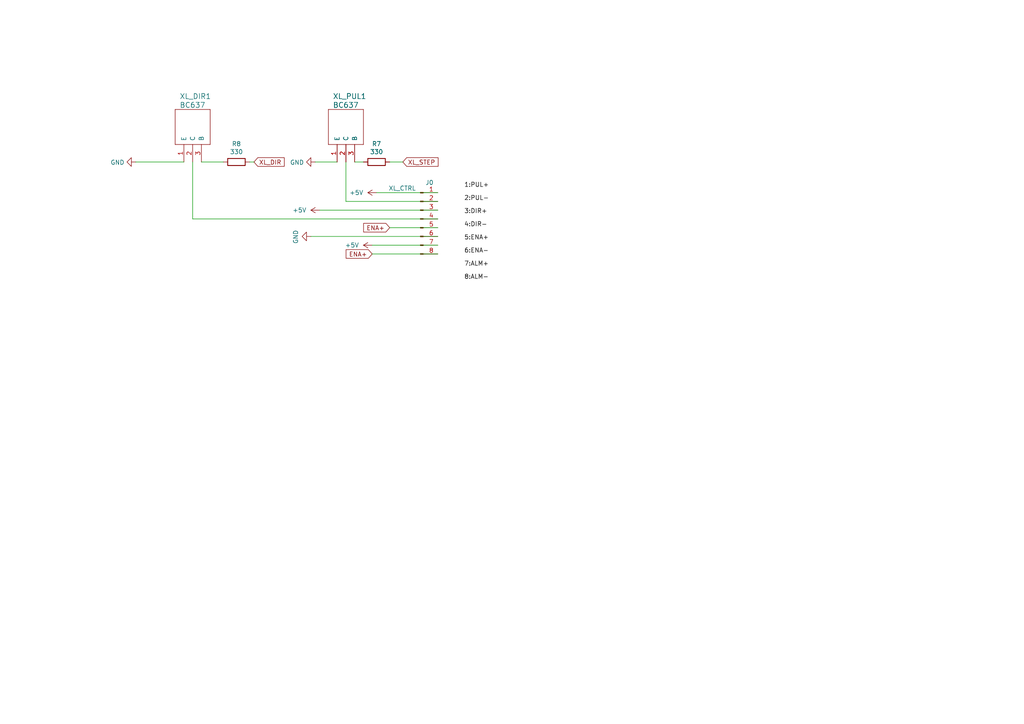
<source format=kicad_sch>
(kicad_sch (version 20211123) (generator eeschema)
  (paper "A4")
  (lib_symbols
    (symbol "Connector:Conn_01x08_Male" (pin_names (offset 1.016) hide)
      (property "Reference" "J" (at 0 10.16 0))
      (property "Value" "Conn_01x08_Male" (at 0 -12.7 0))
      (symbol "Conn_01x08_Male_1_1"
        (polyline (pts (xy 1.27 -10.16) (xy 0.8636 -10.16)) (stroke (width 0.1524)))
        (polyline (pts (xy 1.27 -7.62) (xy 0.8636 -7.62)) (stroke (width 0.1524)))
        (polyline (pts (xy 1.27 -5.08) (xy 0.8636 -5.08)) (stroke (width 0.1524)))
        (polyline (pts (xy 1.27 -2.54) (xy 0.8636 -2.54)) (stroke (width 0.1524)))
        (polyline (pts (xy 1.27 0) (xy 0.8636 0)) (stroke (width 0.1524)))
        (polyline (pts (xy 1.27 2.54) (xy 0.8636 2.54)) (stroke (width 0.1524)))
        (polyline (pts (xy 1.27 5.08) (xy 0.8636 5.08)) (stroke (width 0.1524)))
        (polyline (pts (xy 1.27 7.62) (xy 0.8636 7.62)) (stroke (width 0.1524)))
        (rectangle (start 0.8636 -10.033) (end 0 -10.287) (stroke (width 0.1524)) (fill (type outline)))
        (rectangle (start 0.8636 -7.493) (end 0 -7.747) (stroke (width 0.1524)) (fill (type outline)))
        (rectangle (start 0.8636 -4.953) (end 0 -5.207) (stroke (width 0.1524)) (fill (type outline)))
        (rectangle (start 0.8636 -2.413) (end 0 -2.667) (stroke (width 0.1524)) (fill (type outline)))
        (rectangle (start 0.8636 0.127) (end 0 -0.127) (stroke (width 0.1524)) (fill (type outline)))
        (rectangle (start 0.8636 2.667) (end 0 2.413) (stroke (width 0.1524)) (fill (type outline)))
        (rectangle (start 0.8636 5.207) (end 0 4.953) (stroke (width 0.1524)) (fill (type outline)))
        (rectangle (start 0.8636 7.747) (end 0 7.493) (stroke (width 0.1524)) (fill (type outline)))
        (pin passive line (at 5.08 7.62 180) (length 3.81) (name "Pin_1") (number "1"))
        (pin passive line (at 5.08 5.08 180) (length 3.81) (name "Pin_2") (number "2"))
        (pin passive line (at 5.08 2.54 180) (length 3.81) (name "Pin_3") (number "3"))
        (pin passive line (at 5.08 0 180) (length 3.81) (name "Pin_4") (number "4"))
        (pin passive line (at 5.08 -2.54 180) (length 3.81) (name "Pin_5") (number "5"))
        (pin passive line (at 5.08 -5.08 180) (length 3.81) (name "Pin_6") (number "6"))
        (pin passive line (at 5.08 -7.62 180) (length 3.81) (name "Pin_7") (number "7"))
        (pin passive line (at 5.08 -10.16 180) (length 3.81) (name "Pin_8") (number "8"))
      )
    )
    (symbol "Device:R" (pin_numbers hide) (pin_names (offset 0))
      (property "Reference" "R" (at 2.032 0 90))
      (property "Value" "R" (at 0 0 90))
      (symbol "R_0_1"
        (rectangle (start -1.016 -2.54) (end 1.016 2.54) (stroke (width 0.254)))
      )
      (symbol "R_1_1"
        (pin passive line (at 0 3.81 270) (length 1.27) (name "~") (number "1"))
        (pin passive line (at 0 -3.81 90) (length 1.27) (name "~") (number "2"))
      )
    )
    (symbol "cncBord3-rescue:BC637-slydif_standard" (pin_names (offset 1.016))
      (property "Reference" "U" (at 16.51 7.62 0))
      (property "Value" "BC637-slydif_standard" (at 16.51 5.08 0))
      (symbol "BC637-slydif_standard_1_0"
        (polyline (pts (xy 5.08 2.54) (xy 5.08 -7.62)))
        (polyline (pts (xy 5.08 2.54) (xy 15.24 2.54)))
        (polyline (pts (xy 15.24 -7.62) (xy 5.08 -7.62)))
        (polyline (pts (xy 15.24 -7.62) (xy 15.24 2.54)))
        (pin bidirectional line (at 0 0 0) (length 5.08) (name "E") (number "1"))
        (pin bidirectional line (at 0 -2.54 0) (length 5.08) (name "C") (number "2"))
        (pin bidirectional line (at 0 -5.08 0) (length 5.08) (name "B") (number "3"))
      )
    )
    (symbol "power:+5V" (power) (pin_names (offset 0))
      (property "Value" "+5V" (at 0 3.556 0))
      (symbol "+5V_0_1"
        (polyline (pts (xy -0.762 1.27) (xy 0 2.54)))
        (polyline (pts (xy 0 0) (xy 0 2.54)))
        (polyline (pts (xy 0 2.54) (xy 0.762 1.27)))
      )
      (symbol "+5V_1_1"
        (pin power_in line (at 0 0 90) (length 0) hide (name "+5V") (number "1"))
      )
    )
    (symbol "power:GND" (power) (pin_names (offset 0))
      (property "Value" "GND" (at 0 -3.81 0))
      (symbol "GND_0_1"
        (polyline (pts (xy 0 0) (xy 0 -1.27) (xy 1.27 -1.27) (xy 0 -2.54) (xy -1.27 -1.27) (xy 0 -1.27)))
      )
      (symbol "GND_1_1"
        (pin power_in line (at 0 0 270) (length 0) hide (name "GND") (number "1"))
      )
    )
  )
  (wire (pts (xy 100.33 58.42) (xy 127 58.42)))
  (wire (pts (xy 109.22 55.88) (xy 127 55.88)))
  (wire (pts (xy 105.41 46.99) (xy 102.87 46.99)))
  (wire (pts (xy 64.77 46.99) (xy 58.42 46.99)))
  (wire (pts (xy 100.33 58.42) (xy 100.33 46.99)))
  (wire (pts (xy 55.88 63.5) (xy 55.88 46.99)))
  (wire (pts (xy 116.84 46.99) (xy 113.03 46.99)))
  (wire (pts (xy 97.79 46.99) (xy 91.44 46.99)))
  (wire (pts (xy 107.95 73.66) (xy 127 73.66)))
  (wire (pts (xy 55.88 63.5) (xy 127 63.5)))
  (wire (pts (xy 107.95 71.12) (xy 127 71.12)))
  (wire (pts (xy 39.37 46.99) (xy 53.34 46.99)))
  (wire (pts (xy 73.66 46.99) (xy 72.39 46.99)))
  (wire (pts (xy 113.03 66.04) (xy 127 66.04)))
  (wire (pts (xy 92.71 60.96) (xy 127 60.96)))
  (wire (pts (xy 90.17 68.58) (xy 127 68.58)))
  (label "2:PUL-" (at 134.62 58.42 0))
  (label "3:DIR+" (at 134.62 62.23 0))
  (label "5:ENA+" (at 134.62 69.85 0))
  (label "8:ALM-" (at 134.62 81.28 0))
  (label "7:ALM+" (at 134.62 77.47 0))
  (label "4:DIR-" (at 134.62 66.04 0))
  (label "6:ENA-" (at 134.62 73.66 0))
  (label "1:PUL+" (at 134.62 54.61 0))
  (global_label "ENA+" (shape input) (at 113.03 66.04 180) (property "Intersheet References" "${INTERSHEET_REFS}" (effects hide)))
  (global_label "XL_STEP" (shape input) (at 116.84 46.99 0) (property "Intersheet References" "${INTERSHEET_REFS}" (effects hide)))
  (global_label "ENA+" (shape input) (at 107.95 73.66 180) (property "Intersheet References" "${INTERSHEET_REFS}" (effects hide)))
  (global_label "XL_DIR" (shape input) (at 73.66 46.99 0) (property "Intersheet References" "${INTERSHEET_REFS}" (effects hide)))
  (symbol (lib_id "power:GND") (at 39.37 46.99 270) (unit 1)
    (property "Reference" "#PWR0113" (effects hide))
    (property "Value" "GND" (at 36.1188 47.117 90) (effects (justify right)))
  )
  (symbol (lib_id "Connector:Conn_01x08_Male") (at 121.92 63.5 0) (unit 1)
    (property "Reference" "J0" (at 125.7808 52.959 0) (effects (justify right)))
    (property "Value" "XL_CTRL" (at 120.65 54.61 0) (effects (justify right)))
    (property "Footprint" "Connector_JST:JST_EH_B8B-EH-A_1x08_P2.50mm_Vertical" (effects hide))
  )
  (symbol (lib_id "power:GND") (at 90.17 68.58 270) (unit 1)
    (property "Reference" "#PWR0110" (effects hide))
    (property "Value" "GND" (at 85.7758 68.707 0))
  )
  (symbol (lib_id "power:GND") (at 91.44 46.99 270) (unit 1)
    (property "Reference" "#PWR0112" (effects hide))
    (property "Value" "GND" (at 88.1888 47.117 90) (effects (justify right)))
  )
  (symbol (lib_id "Device:R") (at 68.58 46.99 270) (unit 1)
    (property "Reference" "R8" (at 68.58 41.7322 90))
    (property "Value" "330" (at 68.58 44.0436 90))
    (property "Footprint" "Resistor_SMD:R_1210_3225Metric_Pad1.30x2.65mm_HandSolder" (effects hide))
  )
  (symbol (lib_id "Device:R") (at 109.22 46.99 270) (unit 1)
    (property "Reference" "R7" (at 109.22 41.7322 90))
    (property "Value" "330" (at 109.22 44.0436 90))
    (property "Footprint" "Resistor_SMD:R_1210_3225Metric_Pad1.30x2.65mm_HandSolder" (effects hide))
  )
  (symbol (lib_id "power:+5V") (at 107.95 71.12 90) (unit 1)
    (property "Reference" "#PWR0200" (effects hide))
    (property "Value" "+5V" (at 104.14 71.1199 90) (effects (justify left)))
  )
  (symbol (lib_id "cncBord3-rescue:BC637-slydif_standard") (at 53.34 46.99 90) (unit 1)
    (property "Reference" "XL_DIR1" (at 52.07 27.94 90) (effects (font (size 1.4986 1.4986)) (justify right)))
    (property "Value" "BC637" (at 52.07 30.48 90) (effects (font (size 1.4986 1.4986)) (justify right)))
    (property "Footprint" "Package_TO_SOT_THT:TO-92_HandSolder" (effects hide))
  )
  (symbol (lib_id "power:+5V") (at 109.22 55.88 90) (unit 1)
    (property "Reference" "#PWR0114" (effects hide))
    (property "Value" "+5V" (at 105.41 55.8799 90) (effects (justify left)))
  )
  (symbol (lib_id "cncBord3-rescue:BC637-slydif_standard") (at 97.79 46.99 90) (unit 1)
    (property "Reference" "XL_PUL1" (at 96.52 27.94 90) (effects (font (size 1.4986 1.4986)) (justify right)))
    (property "Value" "BC637" (at 96.52 30.48 90) (effects (font (size 1.4986 1.4986)) (justify right)))
    (property "Footprint" "Package_TO_SOT_THT:TO-92_HandSolder" (effects hide))
  )
  (symbol (lib_id "power:+5V") (at 92.71 60.96 90) (unit 1)
    (property "Reference" "#PWR0111" (effects hide))
    (property "Value" "+5V" (at 88.9 60.9599 90) (effects (justify left)))
  )
)
</source>
